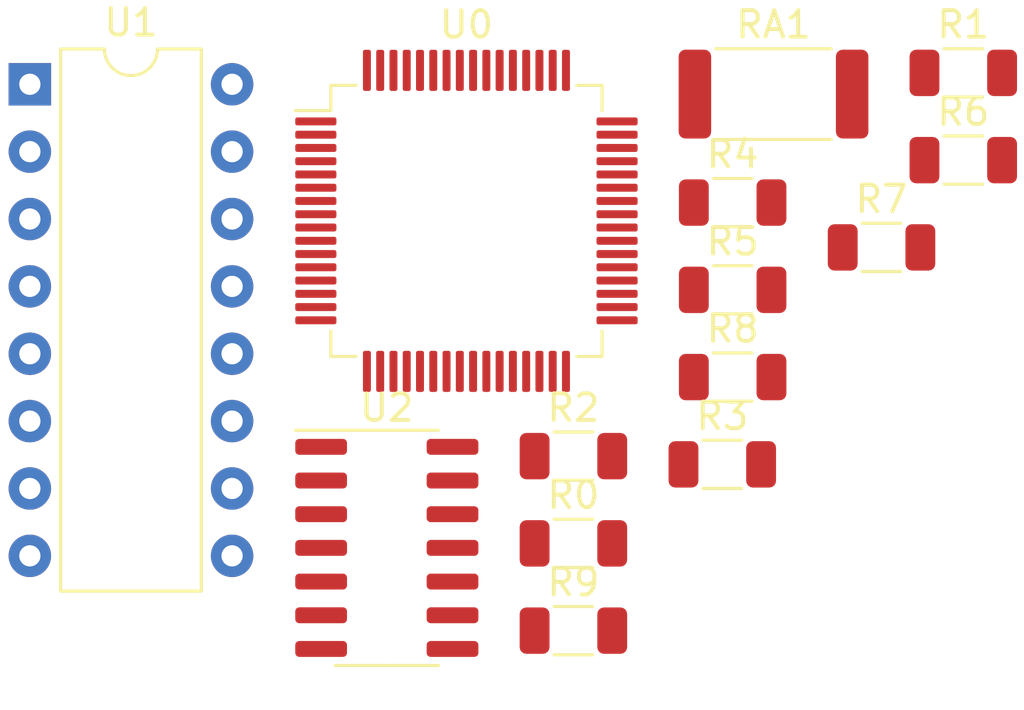
<source format=kicad_pcb>
(kicad_pcb (version 20211014) (generator pcbnew)
  (layers (0 "F.Cu" signal) (31 "B.Cu" signal) (34 "B.Paste" user) (35 "F.Paste" user) (36 "B.SilkS" user "B.Silkscreen") (37 "F.SilkS" user "F.Silkscreen") (38 "B.Mask" user) (39 "F.Mask" user) (44 "Edge.Cuts" user))
  (net 0 "")
  (net 1 "Net-(R0-Pad1)")
  (net 2 "Net-(R0-Pad2)")
  (net 4 "Net-(R1-Pad2)")
  (net 5 "Net-(R2-Pad1)")
  (net 7 "Net-(R3-Pad1)")
  (net 9 "Net-(R4-Pad1)")
  (net 11 "Net-(R5-Pad1)")
  (net 14 "Net-(R6-Pad2)")
  (net 15 "Net-(R7-Pad1)")
  (net 18 "Net-(R8-Pad2)")
  (net 19 "Net-(R9-Pad1)")
  (net 36 "Net-(U0-Pad14)")
  (net 37 "Net-(U0-Pad15)")
  (net 38 "Net-(U0-Pad16)")
  (net 39 "Net-(U0-Pad17)")
  (net 87 "Net-(U1-Pad3)")
  (net 88 "Net-(U1-Pad4)")
  (net 89 "+5V")
  (net 90 "Net-(U1-Pad6)")
  (net 91 "Net-(U1-Pad7)")
  (net 93 "+3V3")
  (footprint "Resistor_SMD:R_1206_3216Metric" (layer "F.Cu") (at 129.54 86.36)
    (fp_text reference "R0" (at 0 -1.82) (layer "F.SilkS"))
    (fp_text value "1k2")
    (fp_line (start -0.727064 -0.91) (end 0.727064 -0.91) (layer "F.SilkS") (width 0.12))
    (fp_line (start -0.727064 0.91) (end 0.727064 0.91) (layer "F.SilkS") (width 0.12))
    (pad "1" smd roundrect (at -1.4625 0) (size 1.125 1.75) (layers "F.Cu" "F.Paste" "F.Mask") (roundrect_rratio 0.222222) (net 1 "Net-(R0-Pad1)"))
    (pad "2" smd roundrect (at 1.4625 0) (size 1.125 1.75) (layers "F.Cu" "F.Paste" "F.Mask") (roundrect_rratio 0.222222) (net 2 "Net-(R0-Pad2)"))
  )
  (footprint "Resistor_SMD:R_1206_3216Metric" (layer "F.Cu") (at 144.23 71.91)
    (fp_text reference "R6" (at 0 -1.82) (layer "F.SilkS"))
    (fp_text value "1k1")
    (fp_line (start -0.727064 0.91) (end 0.727064 0.91) (layer "F.SilkS") (width 0.12))
    (fp_line (start -0.727064 -0.91) (end 0.727064 -0.91) (layer "F.SilkS") (width 0.12))
    (pad "1" smd roundrect (at -1.4625 0) (size 1.125 1.75) (layers "F.Cu" "F.Paste" "F.Mask") (roundrect_rratio 0.222222))
    (pad "2" smd roundrect (at 1.4625 0) (size 1.125 1.75) (layers "F.Cu" "F.Paste" "F.Mask") (roundrect_rratio 0.222222) (net 14 "Net-(R6-Pad2)"))
  )
  (footprint "Resistor_SMD:R_1206_3216Metric" (layer "F.Cu") (at 129.54 83.07)
    (fp_text reference "R2" (at 0 -1.82) (layer "F.SilkS"))
    (fp_text value "1k1")
    (fp_line (start -0.727064 0.91) (end 0.727064 0.91) (layer "F.SilkS") (width 0.12))
    (fp_line (start -0.727064 -0.91) (end 0.727064 -0.91) (layer "F.SilkS") (width 0.12))
    (pad "1" smd roundrect (at -1.4625 0) (size 1.125 1.75) (layers "F.Cu" "F.Paste" "F.Mask") (roundrect_rratio 0.222222) (net 5 "Net-(R2-Pad1)"))
    (pad "2" smd roundrect (at 1.4625 0) (size 1.125 1.75) (layers "F.Cu" "F.Paste" "F.Mask") (roundrect_rratio 0.222222))
  )
  (footprint "Resistor_SMD:R_1206_3216Metric" (layer "F.Cu") (at 135.54 80.09)
    (fp_text reference "R8" (at 0 -1.82) (layer "F.SilkS"))
    (fp_text value "0R")
    (fp_line (start -0.727064 0.91) (end 0.727064 0.91) (layer "F.SilkS") (width 0.12))
    (fp_line (start -0.727064 -0.91) (end 0.727064 -0.91) (layer "F.SilkS") (width 0.12))
    (pad "1" smd roundrect (at -1.4625 0) (size 1.125 1.75) (layers "F.Cu" "F.Paste" "F.Mask") (roundrect_rratio 0.222222))
    (pad "2" smd roundrect (at 1.4625 0) (size 1.125 1.75) (layers "F.Cu" "F.Paste" "F.Mask") (roundrect_rratio 0.222222) (net 18 "Net-(R8-Pad2)"))
  )
  (footprint "Package_SO:SOIC-14_3.9x8.7mm_P1.27mm" (layer "F.Cu") (at 122.51 86.53)
    (fp_text reference "U2" (at 0 -5.28) (layer "F.SilkS"))
    (fp_text value "TXB0104D")
    (fp_line (start 0 4.435) (end 1.95 4.435) (layer "F.SilkS") (width 0.12))
    (fp_line (start 0 -4.435) (end -3.45 -4.435) (layer "F.SilkS") (width 0.12))
    (fp_line (start 0 4.435) (end -1.95 4.435) (layer "F.SilkS") (width 0.12))
    (fp_line (start 0 -4.435) (end 1.95 -4.435) (layer "F.SilkS") (width 0.12))
    (pad "1" smd roundrect (at -2.475 -3.81) (size 1.95 0.6) (layers "F.Cu" "F.Paste" "F.Mask") (net 93 "+3V3"))
    (pad "2" smd roundrect (at -2.475 -2.54) (size 1.95 0.6) (layers "F.Cu" "F.Paste" "F.Mask") (net 36 "Net-(U0-Pad14)"))
    (pad "3" smd roundrect (at -2.475 -1.27) (size 1.95 0.6) (layers "F.Cu" "F.Paste" "F.Mask") (net 37 "Net-(U0-Pad15)"))
    (pad "4" smd roundrect (at -2.475 0) (size 1.95 0.6) (layers "F.Cu" "F.Paste" "F.Mask") (net 38 "Net-(U0-Pad16)"))
    (pad "5" smd roundrect (at -2.475 1.27) (size 1.95 0.6) (layers "F.Cu" "F.Paste" "F.Mask") (net 39 "Net-(U0-Pad17)"))
    (pad "6" smd roundrect (at -2.475 2.54) (size 1.95 0.6) (layers "F.Cu" "F.Paste" "F.Mask"))
    (pad "7" smd roundrect (at -2.475 3.81) (size 1.95 0.6) (layers "F.Cu" "F.Paste" "F.Mask"))
    (pad "8" smd roundrect (at 2.475 3.81) (size 1.95 0.6) (layers "F.Cu" "F.Paste" "F.Mask"))
    (pad "9" smd roundrect (at 2.475 2.54) (size 1.95 0.6) (layers "F.Cu" "F.Paste" "F.Mask"))
    (pad "10" smd roundrect (at 2.475 1.27) (size 1.95 0.6) (layers "F.Cu" "F.Paste" "F.Mask") (net 88 "Net-(U1-Pad4)"))
    (pad "11" smd roundrect (at 2.475 0) (size 1.95 0.6) (layers "F.Cu" "F.Paste" "F.Mask") (net 91 "Net-(U1-Pad7)"))
    (pad "12" smd roundrect (at 2.475 -1.27) (size 1.95 0.6) (layers "F.Cu" "F.Paste" "F.Mask") (net 90 "Net-(U1-Pad6)"))
    (pad "13" smd roundrect (at 2.475 -2.54) (size 1.95 0.6) (layers "F.Cu" "F.Paste" "F.Mask") (net 87 "Net-(U1-Pad3)"))
    (pad "14" smd roundrect (at 2.475 -3.81) (size 1.95 0.6) (layers "F.Cu" "F.Paste" "F.Mask") (net 89 "+5V"))
  )
  (footprint "Resistor_SMD:R_1206_3216Metric" (layer "F.Cu") (at 135.54 73.51)
    (fp_text reference "R4" (at 0 -1.82) (layer "F.SilkS"))
    (fp_text value "3k3")
    (fp_line (start -0.727064 -0.91) (end 0.727064 -0.91) (layer "F.SilkS") (width 0.12))
    (fp_line (start -0.727064 0.91) (end 0.727064 0.91) (layer "F.SilkS") (width 0.12))
    (pad "1" smd roundrect (at -1.4625 0) (size 1.125 1.75) (layers "F.Cu" "F.Paste" "F.Mask") (roundrect_rratio 0.222222) (net 9 "Net-(R4-Pad1)"))
    (pad "2" smd roundrect (at 1.4625 0) (size 1.125 1.75) (layers "F.Cu" "F.Paste" "F.Mask") (roundrect_rratio 0.222222))
  )
  (footprint "Resistor_SMD:R_1206_3216Metric" (layer "F.Cu") (at 129.54 89.65)
    (fp_text reference "R9" (at 0 -1.82) (layer "F.SilkS"))
    (fp_text value "1k")
    (fp_line (start -0.727064 0.91) (end 0.727064 0.91) (layer "F.SilkS") (width 0.12))
    (fp_line (start -0.727064 -0.91) (end 0.727064 -0.91) (layer "F.SilkS") (width 0.12))
    (pad "1" smd roundrect (at -1.4625 0) (size 1.125 1.75) (layers "F.Cu" "F.Paste" "F.Mask") (roundrect_rratio 0.222222) (net 19 "Net-(R9-Pad1)"))
    (pad "2" smd roundrect (at 1.4625 0) (size 1.125 1.75) (layers "F.Cu" "F.Paste" "F.Mask") (roundrect_rratio 0.222222))
  )
  (footprint "Package_QFP:LQFP-64_10x10mm_P0.5mm" (layer "F.Cu") (at 125.51 74.2)
    (fp_text reference "U0" (at 0 -7.4) (layer "F.SilkS"))
    (fp_text value "STM32F103RCT6")
    (fp_line (start -4.16 5.11) (end -5.11 5.11) (layer "F.SilkS") (width 0.12))
    (fp_line (start 4.16 -5.11) (end 5.11 -5.11) (layer "F.SilkS") (width 0.12))
    (fp_line (start -5.11 -5.11) (end -5.11 -4.16) (layer "F.SilkS") (width 0.12))
    (fp_line (start -5.11 -4.16) (end -6.45 -4.16) (layer "F.SilkS") (width 0.12))
    (fp_line (start 4.16 5.11) (end 5.11 5.11) (layer "F.SilkS") (width 0.12))
    (fp_line (start -5.11 5.11) (end -5.11 4.16) (layer "F.SilkS") (width 0.12))
    (fp_line (start -4.16 -5.11) (end -5.11 -5.11) (layer "F.SilkS") (width 0.12))
    (fp_line (start 5.11 5.11) (end 5.11 4.16) (layer "F.SilkS") (width 0.12))
    (fp_line (start 5.11 -5.11) (end 5.11 -4.16) (layer "F.SilkS") (width 0.12))
    (pad "1" smd roundrect (at -5.675 -3.75) (size 1.55 0.3) (layers "F.Cu" "F.Paste" "F.Mask"))
    (pad "2" smd roundrect (at -5.675 -3.25) (size 1.55 0.3) (layers "F.Cu" "F.Paste" "F.Mask"))
    (pad "3" smd roundrect (at -5.675 -2.75) (size 1.55 0.3) (layers "F.Cu" "F.Paste" "F.Mask"))
    (pad "4" smd roundrect (at -5.675 -2.25) (size 1.55 0.3) (layers "F.Cu" "F.Paste" "F.Mask"))
    (pad "5" smd roundrect (at -5.675 -1.75) (size 1.55 0.3) (layers "F.Cu" "F.Paste" "F.Mask"))
    (pad "6" smd roundrect (at -5.675 -1.25) (size 1.55 0.3) (layers "F.Cu" "F.Paste" "F.Mask"))
    (pad "7" smd roundrect (at -5.675 -0.75) (size 1.55 0.3) (layers "F.Cu" "F.Paste" "F.Mask"))
    (pad "8" smd roundrect (at -5.675 -0.25) (size 1.55 0.3) (layers "F.Cu" "F.Paste" "F.Mask"))
    (pad "9" smd roundrect (at -5.675 0.25) (size 1.55 0.3) (layers "F.Cu" "F.Paste" "F.Mask"))
    (pad "10" smd roundrect (at -5.675 0.75) (size 1.55 0.3) (layers "F.Cu" "F.Paste" "F.Mask"))
    (pad "11" smd roundrect (at -5.675 1.25) (size 1.55 0.3) (layers "F.Cu" "F.Paste" "F.Mask"))
    (pad "12" smd roundrect (at -5.675 1.75) (size 1.55 0.3) (layers "F.Cu" "F.Paste" "F.Mask"))
    (pad "13" smd roundrect (at -5.675 2.25) (size 1.55 0.3) (layers "F.Cu" "F.Paste" "F.Mask"))
    (pad "14" smd roundrect (at -5.675 2.75) (size 1.55 0.3) (layers "F.Cu" "F.Paste" "F.Mask") (net 36 "Net-(U0-Pad14)"))
    (pad "15" smd roundrect (at -5.675 3.25) (size 1.55 0.3) (layers "F.Cu" "F.Paste" "F.Mask") (net 37 "Net-(U0-Pad15)"))
    (pad "16" smd roundrect (at -5.675 3.75) (size 1.55 0.3) (layers "F.Cu" "F.Paste" "F.Mask") (net 38 "Net-(U0-Pad16)"))
    (pad "17" smd roundrect (at -3.75 5.675) (size 0.3 1.55) (layers "F.Cu" "F.Paste" "F.Mask") (net 39 "Net-(U0-Pad17)"))
    (pad "18" smd roundrect (at -3.25 5.675) (size 0.3 1.55) (layers "F.Cu" "F.Paste" "F.Mask"))
    (pad "19" smd roundrect (at -2.75 5.675) (size 0.3 1.55) (layers "F.Cu" "F.Paste" "F.Mask"))
    (pad "20" smd roundrect (at -2.25 5.675) (size 0.3 1.55) (layers "F.Cu" "F.Paste" "F.Mask"))
    (pad "21" smd roundrect (at -1.75 5.675) (size 0.3 1.55) (layers "F.Cu" "F.Paste" "F.Mask"))
    (pad "22" smd roundrect (at -1.25 5.675) (size 0.3 1.55) (layers "F.Cu" "F.Paste" "F.Mask"))
    (pad "23" smd roundrect (at -0.75 5.675) (size 0.3 1.55) (layers "F.Cu" "F.Paste" "F.Mask"))
    (pad "24" smd roundrect (at -0.25 5.675) (size 0.3 1.55) (layers "F.Cu" "F.Paste" "F.Mask"))
    (pad "25" smd roundrect (at 0.25 5.675) (size 0.3 1.55) (layers "F.Cu" "F.Paste" "F.Mask"))
    (pad "26" smd roundrect (at 0.75 5.675) (size 0.3 1.55) (layers "F.Cu" "F.Paste" "F.Mask"))
    (pad "27" smd roundrect (at 1.25 5.675) (size 0.3 1.55) (layers "F.Cu" "F.Paste" "F.Mask"))
    (pad "28" smd roundrect (at 1.75 5.675) (size 0.3 1.55) (layers "F.Cu" "F.Paste" "F.Mask"))
    (pad "29" smd roundrect (at 2.25 5.675) (size 0.3 1.55) (layers "F.Cu" "F.Paste" "F.Mask"))
    (pad "30" smd roundrect (at 2.75 5.675) (size 0.3 1.55) (layers "F.Cu" "F.Paste" "F.Mask"))
    (pad "31" smd roundrect (at 3.25 5.675) (size 0.3 1.55) (layers "F.Cu" "F.Paste" "F.Mask"))
    (pad "32" smd roundrect (at 3.75 5.675) (size 0.3 1.55) (layers "F.Cu" "F.Paste" "F.Mask"))
    (pad "33" smd roundrect (at 5.675 3.75) (size 1.55 0.3) (layers "F.Cu" "F.Paste" "F.Mask"))
    (pad "34" smd roundrect (at 5.675 3.25) (size 1.55 0.3) (layers "F.Cu" "F.Paste" "F.Mask"))
    (pad "35" smd roundrect (at 5.675 2.75) (size 1.55 0.3) (layers "F.Cu" "F.Paste" "F.Mask"))
    (pad "36" smd roundrect (at 5.675 2.25) (size 1.55 0.3) (layers "F.Cu" "F.Paste" "F.Mask"))
    (pad "37" smd roundrect (at 5.675 1.75) (size 1.55 0.3) (layers "F.Cu" "F.Paste" "F.Mask"))
    (pad "38" smd roundrect (at 5.675 1.25) (size 1.55 0.3) (layers "F.Cu" "F.Paste" "F.Mask"))
    (pad "39" smd roundrect (at 5.675 0.75) (size 1.55 0.3) (layers "F.Cu" "F.Paste" "F.Mask"))
    (pad "40" smd roundrect (at 5.675 0.25) (size 1.55 0.3) (layers "F.Cu" "F.Paste" "F.Mask"))
    (pad "41" smd roundrect (at 5.675 -0.25) (size 1.55 0.3) (layers "F.Cu" "F.Paste" "F.Mask"))
    (pad "42" smd roundrect (at 5.675 -0.75) (size 1.55 0.3) (layers "F.Cu" "F.Paste" "F.Mask"))
    (pad "43" smd roundrect (at 5.675 -1.25) (size 1.55 0.3) (layers "F.Cu" "F.Paste" "F.Mask"))
    (pad "44" smd roundrect (at 5.675 -1.75) (size 1.55 0.3) (layers "F.Cu" "F.Paste" "F.Mask"))
    (pad "45" smd roundrect (at 5.675 -2.25) (size 1.55 0.3) (layers "F.Cu" "F.Paste" "F.Mask"))
    (pad "46" smd roundrect (at 5.675 -2.75) (size 1.55 0.3) (layers "F.Cu" "F.Paste" "F.Mask"))
    (pad "47" smd roundrect (at 5.675 -3.25) (size 1.55 0.3) (layers "F.Cu" "F.Paste" "F.Mask"))
    (pad "48" smd roundrect (at 5.675 -3.75) (size 1.55 0.3) (layers "F.Cu" "F.Paste" "F.Mask"))
    (pad "49" smd roundrect (at 3.75 -5.675) (size 0.3 1.55) (layers "F.Cu" "F.Paste" "F.Mask"))
    (pad "50" smd roundrect (at 3.25 -5.675) (size 0.3 1.55) (layers "F.Cu" "F.Paste" "F.Mask"))
    (pad "51" smd roundrect (at 2.75 -5.675) (size 0.3 1.55) (layers "F.Cu" "F.Paste" "F.Mask"))
    (pad "52" smd roundrect (at 2.25 -5.675) (size 0.3 1.55) (layers "F.Cu" "F.Paste" "F.Mask"))
    (pad "53" smd roundrect (at 1.75 -5.675) (size 0.3 1.55) (layers "F.Cu" "F.Paste" "F.Mask"))
    (pad "54" smd roundrect (at 1.25 -5.675) (size 0.3 1.55) (layers "F.Cu" "F.Paste" "F.Mask"))
    (pad "55" smd roundrect (at 0.75 -5.675) (size 0.3 1.55) (layers "F.Cu" "F.Paste" "F.Mask"))
    (pad "56" smd roundrect (at 0.25 -5.675) (size 0.3 1.55) (layers "F.Cu" "F.Paste" "F.Mask"))
    (pad "57" smd roundrect (at -0.25 -5.675) (size 0.3 1.55) (layers "F.Cu" "F.Paste" "F.Mask"))
    (pad "58" smd roundrect (at -0.75 -5.675) (size 0.3 1.55) (layers "F.Cu" "F.Paste" "F.Mask"))
    (pad "59" smd roundrect (at -1.25 -5.675) (size 0.3 1.55) (layers "F.Cu" "F.Paste" "F.Mask"))
    (pad "60" smd roundrect (at -1.75 -5.675) (size 0.3 1.55) (layers "F.Cu" "F.Paste" "F.Mask"))
    (pad "61" smd roundrect (at -2.25 -5.675) (size 0.3 1.55) (layers "F.Cu" "F.Paste" "F.Mask"))
    (pad "62" smd roundrect (at -2.75 -5.675) (size 0.3 1.55) (layers "F.Cu" "F.Paste" "F.Mask"))
    (pad "63" smd roundrect (at -3.25 -5.675) (size 0.3 1.55) (layers "F.Cu" "F.Paste" "F.Mask"))
    (pad "64" smd roundrect (at -3.75 -5.675) (size 0.3 1.55) (layers "F.Cu" "F.Paste" "F.Mask"))
  )
  (footprint "Resistor_SMD:R_2512_6332Metric" (layer "F.Cu") (at 137.08 69.42)
    (fp_text reference "RA1" (at 0 -2.62) (layer "F.SilkS"))
    (fp_text value "4k7")
    (fp_line (start -2.177064 1.71) (end 2.177064 1.71) (layer "F.SilkS") (width 0.12))
    (fp_line (start -2.177064 -1.71) (end 2.177064 -1.71) (layer "F.SilkS") (width 0.12))
    (pad "1" smd roundrect (at -2.9625 0) (size 1.225 3.35) (layers "F.Cu" "F.Paste" "F.Mask") (roundrect_rratio 0.204082))
    (pad "2" smd roundrect (at 2.9625 0) (size 1.225 3.35) (layers "F.Cu" "F.Paste" "F.Mask") (roundrect_rratio 0.204082))
  )
  (footprint "Package_DIP:DIP-16_W7.62mm" (layer "F.Cu") (at 109.06 69.05)
    (fp_text reference "U1" (at 3.81 -2.33) (layer "F.SilkS"))
    (fp_text value "155ИД1")
    (fp_line (start 1.16 19.11) (end 6.46 19.11) (layer "F.SilkS") (width 0.12))
    (fp_line (start 2.81 -1.33) (end 1.16 -1.33) (layer "F.SilkS") (width 0.12))
    (fp_line (start 1.16 -1.33) (end 1.16 19.11) (layer "F.SilkS") (width 0.12))
    (fp_line (start 6.46 19.11) (end 6.46 -1.33) (layer "F.SilkS") (width 0.12))
    (fp_line (start 6.46 -1.33) (end 4.81 -1.33) (layer "F.SilkS") (width 0.12))
    (fp_arc (start 4.81 -1.33) (mid 3.81 -0.33) (end 2.81 -1.33) (layer "F.SilkS") (width 0.12))
    (pad "1" thru_hole rect (at 0 0) (size 1.6 1.6) (drill 0.8) (layers *.Cu *.Mask) (net 18 "Net-(R8-Pad2)"))
    (pad "2" thru_hole oval (at 0 2.54) (size 1.6 1.6) (drill 0.8) (layers *.Cu *.Mask) (net 19 "Net-(R9-Pad1)"))
    (pad "3" thru_hole oval (at 0 5.08) (size 1.6 1.6) (drill 0.8) (layers *.Cu *.Mask) (net 87 "Net-(U1-Pad3)"))
    (pad "4" thru_hole oval (at 0 7.62) (size 1.6 1.6) (drill 0.8) (layers *.Cu *.Mask) (net 88 "Net-(U1-Pad4)"))
    (pad "5" thru_hole oval (at 0 10.16) (size 1.6 1.6) (drill 0.8) (layers *.Cu *.Mask) (net 89 "+5V"))
    (pad "6" thru_hole oval (at 0 12.7) (size 1.6 1.6) (drill 0.8) (layers *.Cu *.Mask) (net 90 "Net-(U1-Pad6)"))
    (pad "7" thru_hole oval (at 0 15.24) (size 1.6 1.6) (drill 0.8) (layers *.Cu *.Mask) (net 91 "Net-(U1-Pad7)"))
    (pad "8" thru_hole oval (at 0 17.78) (size 1.6 1.6) (drill 0.8) (layers *.Cu *.Mask) (net 5 "Net-(R2-Pad1)"))
    (pad "9" thru_hole oval (at 7.62 17.78) (size 1.6 1.6) (drill 0.8) (layers *.Cu *.Mask) (net 7 "Net-(R3-Pad1)"))
    (pad "10" thru_hole oval (at 7.62 15.24) (size 1.6 1.6) (drill 0.8) (layers *.Cu *.Mask) (net 15 "Net-(R7-Pad1)"))
    (pad "11" thru_hole oval (at 7.62 12.7) (size 1.6 1.6) (drill 0.8) (layers *.Cu *.Mask) (net 14 "Net-(R6-Pad2)"))
    (pad "12" thru_hole oval (at 7.62 10.16) (size 1.6 1.6) (drill 0.8) (layers *.Cu *.Mask))
    (pad "13" thru_hole oval (at 7.62 7.62) (size 1.6 1.6) (drill 0.8) (layers *.Cu *.Mask) (net 9 "Net-(R4-Pad1)"))
    (pad "14" thru_hole oval (at 7.62 5.08) (size 1.6 1.6) (drill 0.8) (layers *.Cu *.Mask) (net 11 "Net-(R5-Pad1)"))
    (pad "15" thru_hole oval (at 7.62 2.54) (size 1.6 1.6) (drill 0.8) (layers *.Cu *.Mask) (net 4 "Net-(R1-Pad2)"))
    (pad "16" thru_hole oval (at 7.62 0) (size 1.6 1.6) (drill 0.8) (layers *.Cu *.Mask) (net 1 "Net-(R0-Pad1)"))
  )
  (footprint "Resistor_SMD:R_1206_3216Metric" (layer "F.Cu") (at 141.15 75.2)
    (fp_text reference "R7" (at 0 -1.82) (layer "F.SilkS"))
    (fp_text value "3k6")
    (fp_line (start -0.727064 -0.91) (end 0.727064 -0.91) (layer "F.SilkS") (width 0.12))
    (fp_line (start -0.727064 0.91) (end 0.727064 0.91) (layer "F.SilkS") (width 0.12))
    (pad "1" smd roundrect (at -1.4625 0) (size 1.125 1.75) (layers "F.Cu" "F.Paste" "F.Mask") (roundrect_rratio 0.222222) (net 15 "Net-(R7-Pad1)"))
    (pad "2" smd roundrect (at 1.4625 0) (size 1.125 1.75) (layers "F.Cu" "F.Paste" "F.Mask") (roundrect_rratio 0.222222))
  )
  (footprint "Resistor_SMD:R_1206_3216Metric" (layer "F.Cu") (at 135.15 83.38)
    (fp_text reference "R3" (at 0 -1.82) (layer "F.SilkS"))
    (fp_text value "1k5")
    (fp_line (start -0.727064 0.91) (end 0.727064 0.91) (layer "F.SilkS") (width 0.12))
    (fp_line (start -0.727064 -0.91) (end 0.727064 -0.91) (layer "F.SilkS") (width 0.12))
    (pad "1" smd roundrect (at -1.4625 0) (size 1.125 1.75) (layers "F.Cu" "F.Paste" "F.Mask") (roundrect_rratio 0.222222) (net 7 "Net-(R3-Pad1)"))
    (pad "2" smd roundrect (at 1.4625 0) (size 1.125 1.75) (layers "F.Cu" "F.Paste" "F.Mask") (roundrect_rratio 0.222222))
  )
  (footprint "Resistor_SMD:R_1206_3216Metric" (layer "F.Cu") (at 135.54 76.8)
    (fp_text reference "R5" (at 0 -1.82) (layer "F.SilkS"))
    (fp_text value "1k1")
    (fp_line (start -0.727064 0.91) (end 0.727064 0.91) (layer "F.SilkS") (width 0.12))
    (fp_line (start -0.727064 -0.91) (end 0.727064 -0.91) (layer "F.SilkS") (width 0.12))
    (pad "1" smd roundrect (at -1.4625 0) (size 1.125 1.75) (layers "F.Cu" "F.Paste" "F.Mask") (roundrect_rratio 0.222222) (net 11 "Net-(R5-Pad1)"))
    (pad "2" smd roundrect (at 1.4625 0) (size 1.125 1.75) (layers "F.Cu" "F.Paste" "F.Mask") (roundrect_rratio 0.222222))
  )
  (footprint "Resistor_SMD:R_1206_3216Metric" (layer "F.Cu") (at 144.23 68.62)
    (fp_text reference "R1" (at 0 -1.82) (layer "F.SilkS"))
    (fp_text value "4k7")
    (fp_line (start -0.727064 -0.91) (end 0.727064 -0.91) (layer "F.SilkS") (width 0.12))
    (fp_line (start -0.727064 0.91) (end 0.727064 0.91) (layer "F.SilkS") (width 0.12))
    (pad "1" smd roundrect (at -1.4625 0) (size 1.125 1.75) (layers "F.Cu" "F.Paste" "F.Mask") (roundrect_rratio 0.222222))
    (pad "2" smd roundrect (at 1.4625 0) (size 1.125 1.75) (layers "F.Cu" "F.Paste" "F.Mask") (roundrect_rratio 0.222222) (net 4 "Net-(R1-Pad2)"))
  )
)
</source>
